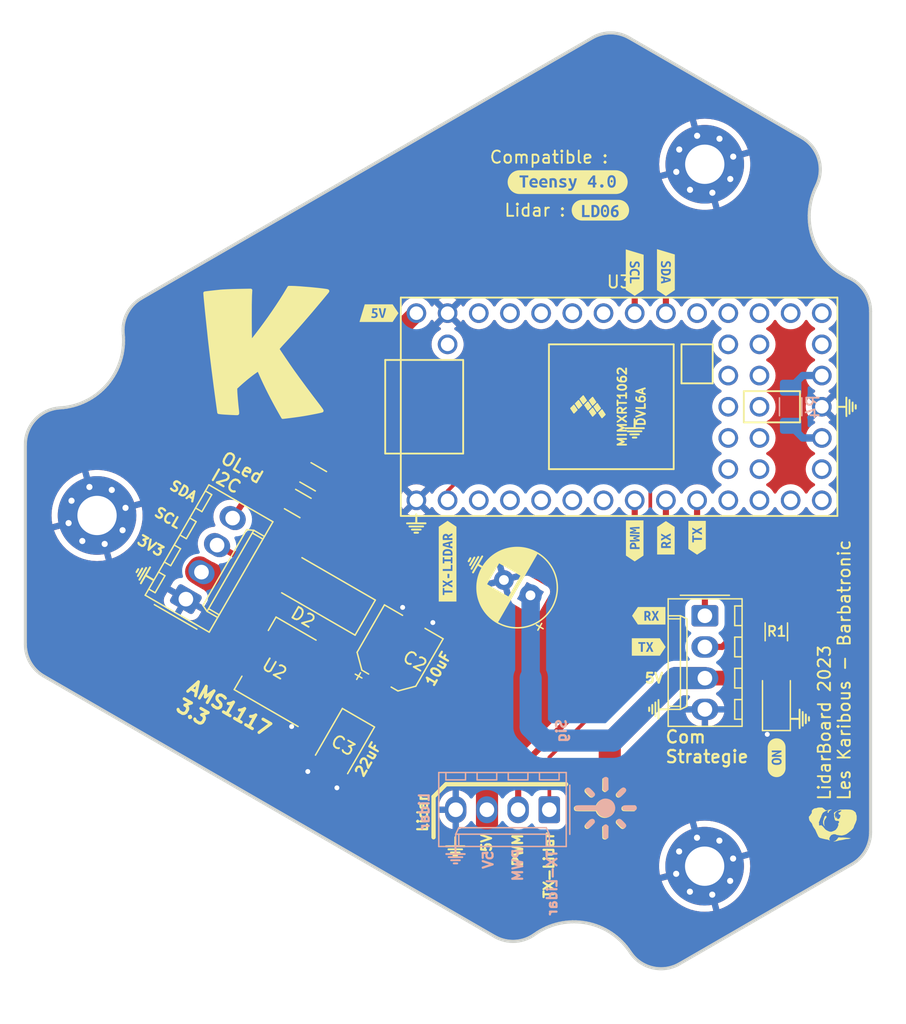
<source format=kicad_pcb>
(kicad_pcb (version 20240108) (generator "pcbnew") (generator_version "8.0")
  (layers (0 "F.Cu" signal) (31 "B.Cu" signal) (34 "B.Paste" user) (35 "F.Paste" user) (36 "B.SilkS" user "B.Silkscreen") (37 "F.SilkS" user "F.Silkscreen") (38 "B.Mask" user) (39 "F.Mask" user) (44 "Edge.Cuts" user))
  (net 0 "")
  (net 1 "+5VP")
  (net 2 "Net-(D1-A)")
  (net 3 "Net-(R4-Pad1)")
  (net 4 "Net-(U3-PROGRAM)")
  (net 18 "GND")
  (net 25 "TX")
  (net 26 "RX")
  (net 27 "LIDAR_PWM")
  (net 29 "TX-Lidar")
  (net 37 "SCL")
  (net 43 "SDA")
  (net 44 "+3V3")
  (footprint "teensy:Teensy40" (layer "F.Cu") (at 156.21 78.74)
    (property "Reference" "U3")
    (property "Value" "Teensy4.0")
  )
  (footprint "LOGO" (layer "F.Cu") (at 157.48 80.518)
    (property "Reference" "G***" (hide yes))
    (property "Value" "LOGO" (hide yes))
  )
  (footprint "LOGO" (layer "F.Cu") (at 117.602 92.456 -120)
    (property "Reference" "G***" (hide yes))
    (property "Value" "LOGO" (hide yes))
  )
  (footprint "kibuzzard-62EFF766" (layer "F.Cu") (at 158.623 95.758)
    (property "Reference" "kibuzzard-62EFF766" (hide yes))
    (property "Value" "G***" (hide yes))
  )
  (footprint "kibuzzard-62EFF774" (layer "F.Cu") (at 158.623 98.298)
    (property "Reference" "kibuzzard-62EFF774" (hide yes))
    (property "Value" "G***" (hide yes))
  )
  (footprint "kibuzzard-62EFEF6E" (layer "F.Cu") (at 152.019 60.452)
    (property "Reference" "kibuzzard-62EFEF6E" (hide yes))
    (property "Value" "G***" (hide yes))
  )
  (footprint "Resistor_SMD:R_1206_3216Metric_Pad1.30x1.75mm_HandSolder" (layer "F.Cu") (at 169.014557 97.064693 -90)
    (property "Reference" "R1")
    (property "Value" "R_Small")
  )
  (footprint "Connector_Molex:Molex_KK-254_AE-6410-04A_1x04_P2.54mm_Vertical" (layer "F.Cu") (at 163.195 95.758 -90)
    (property "Reference" "J1" (hide yes))
    (property "Value" "Serial_Strategy")
  )
  (footprint "Capacitor_THT:CP_Radial_D6.3mm_P2.50mm" (layer "F.Cu") (at 148.990838 94.094307 150)
    (property "Reference" "C1" (hide yes))
    (property "Value" "C_Polarized_Small")
  )
  (footprint "Capacitor_SMD:CP_Elec_5x5.4" (layer "F.Cu") (at 138.108756 98.642625 60)
    (property "Reference" "C2")
    (property "Value" "10uF")
  )
  (footprint "MountingHole:MountingHole_3.2mm_M3_Pad_Via" (layer "F.Cu") (at 113.691516 87.591497 60)
    (property "Reference" "H2" (hide yes))
    (property "Value" "MountingHole_Pad")
  )
  (footprint "kibuzzard-62EFF3FC" (layer "F.Cu") (at 160.02 67.818 -90)
    (property "Reference" "kibuzzard-62EFF3FC" (hide yes))
    (property "Value" "G***" (hide yes))
  )
  (footprint "kibuzzard-62EFF40D" (layer "F.Cu") (at 157.48 67.818 -90)
    (property "Reference" "kibuzzard-62EFF40D" (hide yes))
    (property "Value" "G***" (hide yes))
  )
  (footprint "LOGO" (layer "F.Cu") (at 159.258 108.966)
    (property "Reference" "G***" (hide yes))
    (property "Value" "LOGO" (hide yes))
  )
  (footprint "MountingHole:MountingHole_3.2mm_M3_Pad_Via" (layer "F.Cu") (at 163.175198 116.144341 60)
    (property "Reference" "H3" (hide yes))
    (property "Value" "MountingHole_Pad")
  )
  (footprint "LOGO" (layer "F.Cu") (at 139.7 88.265)
    (property "Reference" "G***" (hide yes))
    (property "Value" "LOGO" (hide yes))
  )
  (footprint "LED_SMD:LED_1206_3216Metric_Pad1.42x1.75mm_HandSolder" (layer "F.Cu") (at 169.021231 102.641132 90)
    (property "Reference" "D1" (hide yes))
    (property "Value" "LED_Small")
  )
  (footprint "LOGO" (layer "F.Cu") (at 142.875 114.554)
    (property "Reference" "G***" (hide yes))
    (property "Value" "LOGO" (hide yes))
  )
  (footprint "MountingHole:MountingHole_3.2mm_M3_Pad_Via" (layer "F.Cu") (at 163.185193 58.996642 60)
    (property "Reference" "H1" (hide yes))
    (property "Value" "MountingHole_Pad")
  )
  (footprint "kibuzzard-62EFF5A1" (layer "F.Cu") (at 142.24 91.313 90)
    (property "Reference" "kibuzzard-62EFF5A1" (hide yes))
    (property "Value" "G***" (hide yes))
  )
  (footprint "LOGO" (layer "F.Cu") (at 144.653 91.567 -120)
    (property "Reference" "G***" (hide yes))
    (property "Value" "LOGO" (hide yes))
  )
  (footprint "kibuzzard-62EFF433" (layer "F.Cu") (at 136.652 71.12)
    (property "Reference" "kibuzzard-62EFF433" (hide yes))
    (property "Value" "G***" (hide yes))
  )
  (footprint "LOGO" (layer "F.Cu") (at 159.385 103.378 -90)
    (property "Reference" "G***" (hide yes))
    (property "Value" "LOGO" (hide yes))
  )
  (footprint "Capacitor_Tantalum_SMD:CP_EIA-3528-12_Kemet-T_Pad1.50x2.35mm_HandSolder" (layer "F.Cu") (at 133.663756 106.341591 -120)
    (property "Reference" "C3")
    (property "Value" "22uF")
  )
  (footprint "LOGO" (layer "F.Cu") (at 173.609 112.776 90)
    (property "Reference" "G***" (hide yes))
    (property "Value" "LOGO" (hide yes))
  )
  (footprint "kibuzzard-62EFF6BC" (layer "F.Cu") (at 162.56 89.408 90)
    (property "Reference" "kibuzzard-62EFF6BC" (hide yes))
    (property "Value" "G***" (hide yes))
  )
  (footprint "Package_TO_SOT_SMD:SOT-223-3_TabPin2" (layer "F.Cu") (at 128.220554 99.769495 150)
    (property "Reference" "U2")
    (property "Value" "AMS1117-3.3")
  )
  (footprint "kibuzzard-62EFF540" (layer "F.Cu") (at 169.037 107.315 90)
    (property "Reference" "kibuzzard-62EFF540" (hide yes))
    (property "Value" "G***" (hide yes))
  )
  (footprint "kibuzzard-62EFEFDE" (layer "F.Cu") (at 154.686 62.738)
    (property "Reference" "kibuzzard-62EFEFDE" (hide yes))
    (property "Value" "G***" (hide yes))
  )
  (footprint "kibuzzard-62EFF59A" (layer "F.Cu") (at 157.48 89.662 90)
    (property "Reference" "kibuzzard-62EFF59A" (hide yes))
    (property "Value" "G***" (hide yes))
  )
  (footprint "Diode_SMD:D_SMA_Handsoldering" (layer "F.Cu") (at 131.720554 93.707318 150)
    (property "Reference" "D2")
    (property "Value" "D_Small")
  )
  (footprint "Connector_Molex:Molex_KK-254_AE-6410-04A_1x04_P2.54mm_Vertical" (layer "F.Cu") (at 120.926325 94.40347 60)
    (property "Reference" "J4" (hide yes))
    (property "Value" "Oled")
  )
  (footprint "Resistor_SMD:R_1206_3216Metric_Pad1.30x1.75mm_HandSolder" (layer "F.Cu") (at 131.295426 84.443659 150)
    (property "Reference" "R2" (hide yes))
    (property "Value" "R_Small")
  )
  (footprint "kibuzzard-62EFF6AD" (layer "F.Cu") (at 160.02 89.408 90)
    (property "Reference" "kibuzzard-62EFF6AD" (hide yes))
    (property "Value" "G***" (hide yes))
  )
  (footprint "LOGO" (layer "F.Cu") (at 174.752 78.74 90)
    (property "Reference" "G***" (hide yes))
    (property "Value" "LOGO" (hide yes))
  )
  (footprint "LOGO" (layer "F.Cu") (at 170.942 104.14 90)
    (property "Reference" "G***" (hide yes))
    (property "Value" "LOGO" (hide yes))
  )
  (footprint "Resistor_SMD:R_1206_3216Metric_Pad1.30x1.75mm_HandSolder" (layer "F.Cu") (at 130.040426 86.617383 150)
    (property "Reference" "R3" (hide yes))
    (property "Value" "R_Small")
  )
  (footprint "LOGO" (layer "B.Cu") (at 142.875 115.189 180)
    (property "Reference" "G***" (hide yes))
    (property "Value" "LOGO" (hide yes))
  )
  (footprint "LOGO" (layer "B.Cu") (at 159.325082 113.889363)
    (property "Reference" "G***" (hide yes))
    (property "Value" "LOGO" (hide yes))
  )
  (footprint "Connector_Molex:Molex_KK-254_AE-6410-04A_1x04_P2.54mm_Vertical" (layer "B.Cu") (at 150.522577 111.550575 180)
    (property "Reference" "J2" (hide yes))
    (property "Value" "Serial_Lidar")
  )
  (footprint "Resistor_SMD:R_1206_3216Metric_Pad1.30x1.75mm_HandSolder" (layer "B.Cu") (at 170.18 78.74 90)
    (property "Reference" "R4")
    (property "Value" "100")
  )
  (gr_poly (pts (xy 128.553761 79.132881) (xy 128.34989 78.769467) (xy 128.145481 78.394206) (xy 127.943208 78.012364) (xy 127.745749 77.629206) (xy 127.555778 77.249998) (xy 127.375974 76.880007) (xy 127.20901 76.524497) (xy 127.057564 76.188735) (xy 126.839816 75.694465) (xy 126.600817 75.861019) (xy 126.434812 75.979438) (xy 126.263438 76.106962) (xy 126.088001 76.242528) (xy 125.909807 76.385075) (xy 125.730162 76.53354) (xy 125.550373 76.686861) (xy 125.371746 76.843975) (xy 125.195586 77.003821) (xy 124.976054 77.206201) (xy 124.981792 77.433149) (xy 124.987429 77.565668) (xy 124.998194 77.739167) (xy 125.031022 78.161311) (xy 125.072107 78.603997) (xy 125.093194 78.803173) (xy 125.113281 78.971639) (xy 125.120719 79.033164) (xy 125.126759 79.091117) (xy 125.131332 79.14419) (xy 125.13437 79.191076) (xy 125.135806 79.230465) (xy 125.135572 79.26105) (xy 125.134808 79.272633) (xy 125.1336 79.281524) (xy 125.131942 79.287559) (xy 125.129823 79.290577) (xy 125.11265 79.292886) (xy 125.073201 79.293623) (xy 124.938839 79.290965) (xy 124.52779 79.273213) (xy 124.078474 79.246678) (xy 123.896278 79.233041) (xy 123.772691 79.220718) (xy 123.611487 79.199754) (xy 123.470196 78.178249) (xy 123.315523 77.027585) (xy 123.155332 75.778522) (xy 123.002462 74.533361) (xy 122.869754 73.394403) (xy 122.619361 71.008208) (xy 122.514286 69.937413) (xy 122.476618 69.485079) (xy 122.514214 69.477794) (xy 122.610687 69.464483) (xy 122.931372 69.425481) (xy 123.340885 69.379457) (xy 123.741437 69.337801) (xy 123.85407 69.328393) (xy 123.998665 69.318923) (xy 124.359778 69.300824) (xy 124.776853 69.285559) (xy 125.201965 69.275183) (xy 126.203558 69.257614) (xy 126.179057 69.683728) (xy 126.163162 70.450916) (xy 126.160523 71.635117) (xy 126.169774 72.759219) (xy 126.178431 73.149634) (xy 126.189548 73.346108) (xy 126.213774 73.503054) (xy 126.645998 72.946387) (xy 127.00459 72.477287) (xy 127.35824 72.000326) (xy 127.704175 71.519538) (xy 128.039625 71.038957) (xy 128.361815 70.562616) (xy 128.667975 70.094549) (xy 128.955332 69.638791) (xy 129.221114 69.199374) (xy 129.321732 69.029123) (xy 129.500375 69.029123) (xy 129.803094 69.038523) (xy 130.216528 69.063855) (xy 131.193256 69.145108) (xy 131.665411 69.192423) (xy 132.065999 69.238462) (xy 132.349453 69.278922) (xy 132.433013 69.295715) (xy 132.4702 69.309501) (xy 132.473305 69.312493) (xy 132.47398 69.313226) (xy 132.474588 69.313985) (xy 132.475118 69.314788) (xy 132.475556 69.315649) (xy 132.475889 69.316586) (xy 132.476105 69.317614) (xy 132.476191 69.318751) (xy 132.476134 69.320012) (xy 132.475921 69.321413) (xy 132.47554 69.322972) (xy 132.474977 69.324704) (xy 132.474221 69.326626) (xy 132.473257 69.328753) (xy 132.472074 69.331103) (xy 132.470659 69.333692) (xy 132.468998 69.336536) (xy 132.46708 69.33965) (xy 132.46489 69.343053) (xy 132.459648 69.350786) (xy 132.45317 69.359864) (xy 132.445352 69.37042) (xy 132.436094 69.382583) (xy 132.425292 69.396483) (xy 132.412844 69.412251) (xy 132.398649 69.430019) (xy 132.382603 69.449915) (xy 132.364605 69.472072) (xy 132.344552 69.496619) (xy 132.322341 69.523686) (xy 132.27104 69.585907) (xy 132.209884 69.659777) (xy 132.138052 69.746341) (xy 131.959094 69.961731) (xy 131.119371 70.960227) (xy 130.310595 71.898223) (xy 129.554084 72.751321) (xy 128.87116 73.495129) (xy 128.767911 73.6062) (xy 128.675527 73.707675) (xy 128.595092 73.798264) (xy 128.52769 73.876683) (xy 128.474404 73.941642) (xy 128.436318 73.991855) (xy 128.423314 74.011029) (xy 128.414515 74.026034) (xy 128.410059 74.036708) (xy 128.409501 74.040371) (xy 128.41008 74.042892) (xy 128.477036 74.148491) (xy 128.594402 74.326383) (xy 128.928355 74.822423) (xy 129.307936 75.377763) (xy 129.62914 75.839153) (xy 130.062666 76.43951) (xy 130.614559 77.187828) (xy 131.188015 77.95384) (xy 131.686229 78.607282) (xy 131.754765 78.696845) (xy 131.817873 78.781183) (xy 131.874232 78.858396) (xy 131.922519 78.926581) (xy 131.961414 78.983835) (xy 131.989593 79.028258) (xy 131.999252 79.045063) (xy 132.005736 79.057946) (xy 132.00888 79.066671) (xy 132.009148 79.069399) (xy 132.00852 79.070999) (xy 131.993311 79.077668) (xy 131.959234 79.087631) (xy 131.841558 79.116026) (xy 131.66965 79.153347) (xy 131.457672 79.19676) (xy 130.970143 79.290518) (xy 130.722912 79.335192) (xy 130.492249 79.374616) (xy 130.172565 79.424314) (xy 129.802043 79.476675) (xy 129.39171 79.530203) (xy 128.952591 79.583402) (xy 128.819351 79.598964) (xy 128.553761 79.132881)) (stroke (width 0.264582)) (fill solid) (layer "F.SilkS"))
  (gr_line (start 141.097 110.49) (end 142.113 109.474) (stroke (width 0.35)) (layer "F.SilkS"))
  (gr_line (start 142.113 109.474) (end 151.892 109.474) (stroke (width 0.35)) (layer "F.SilkS"))
  (gr_line (start 141.097 113.792) (end 141.097 110.49) (stroke (width 0.35)) (layer "F.SilkS"))
  (gr_line (start 149.786157 121.40039) (end 149.548089 121.545248) (stroke (width 0.249999)) (layer "Edge.Cuts"))
  (gr_line (start 109.961308 78.962527) (end 110.09913 78.923368) (stroke (width 0.249999)) (layer "Edge.Cuts"))
  (gr_line (start 147.503148 122.265351) (end 147.397037 122.261246) (stroke (width 0.249999)) (layer "Edge.Cuts"))
  (gr_line (start 171.955102 57.57742) (end 172.038888 57.690182) (stroke (width 0.249999)) (layer "Edge.Cuts"))
  (gr_line (start 157.202386 123.266341) (end 157.291782 123.382628) (stroke (width 0.249999)) (layer "Edge.Cuts"))
  (gr_line (start 154.566828 48.460537) (end 154.660382 48.430707) (stroke (width 0.249999)) (layer "Edge.Cuts"))
  (gr_line (start 107.908485 81.246922) (end 107.939468 81.107034) (stroke (width 0.249999)) (layer "Edge.Cuts"))
  (gr_line (start 172.585057 59.245503) (end 172.590229 59.385055) (stroke (width 0.249999)) (layer "Edge.Cuts"))
  (gr_line (start 172.390981 60.499174) (end 172.334974 60.634736) (stroke (width 0.249999)) (layer "Edge.Cuts"))
  (gr_line (start 157.804757 123.881262) (end 157.918932 123.964047) (stroke (width 0.249999)) (layer "Edge.Cuts"))
  (gr_line (start 176.688482 70.979661) (end 176.688464 113.373895) (stroke (width 0.249999)) (layer "Edge.Cuts"))
  (gr_line (start 159.621166 124.494801) (end 159.76078 124.491757) (stroke (width 0.249999)) (layer "Edge.Cuts"))
  (gr_line (start 176.378163 114.702636) (end 176.286539 114.873894) (stroke (width 0.249999)) (layer "Edge.Cuts"))
  (gr_line (start 172.371887 58.300839) (end 172.420822 58.430747) (stroke (width 0.249999)) (layer "Edge.Cuts"))
  (gr_line (start 113.281752 77.997395) (end 113.511247 77.844813) (stroke (width 0.249999)) (layer "Edge.Cuts"))
  (gr_line (start 157.587293 123.698586) (end 157.694134 123.792757) (stroke (width 0.249999)) (layer "Edge.Cuts"))
  (gr_line (start 154.024835 48.705457) (end 154.112472 48.656787) (stroke (width 0.249999)) (layer "Edge.Cuts"))
  (gr_line (start 115.676341 74.722186) (end 115.738712 74.454082) (stroke (width 0.249999)) (layer "Edge.Cuts"))
  (gr_line (start 151.057543 120.869402) (end 150.794173 120.949444) (stroke (width 0.249999)) (layer "Edge.Cuts"))
  (gr_line (start 155.718972 48.309821) (end 155.815839 48.317671) (stroke (width 0.249999)) (layer "Edge.Cuts"))
  (gr_line (start 151.32443 120.802669) (end 151.057543 120.869402) (stroke (width 0.249999)) (layer "Edge.Cuts"))
  (gr_line (start 154.754644 48.404017) (end 154.849538 48.380468) (stroke (width 0.249999)) (layer "Edge.Cuts"))
  (gr_line (start 160.317748 124.413625) (end 160.455463 124.37733) (stroke (width 0.249999)) (layer "Edge.Cuts"))
  (gr_line (start 114.712415 76.6949) (end 114.87664 76.469735) (stroke (width 0.249999)) (layer "Edge.Cuts"))
  (gr_line (start 148.344119 122.16357) (end 148.240732 122.189333) (stroke (width 0.249999)) (layer "Edge.Cuts"))
  (gr_line (start 172.105152 65.333613) (end 172.218033 65.588421) (stroke (width 0.249999)) (layer "Edge.Cuts"))
  (gr_line (start 148.446699 122.134097) (end 148.344119 122.16357) (stroke (width 0.249999)) (layer "Edge.Cuts"))
  (gr_line (start 109.318232 79.249088) (end 109.440165 79.18025) (stroke (width 0.249999)) (layer "Edge.Cuts"))
  (gr_line (start 176.495583 69.921007) (end 176.563831 70.123443) (stroke (width 0.249999)) (layer "Edge.Cuts"))
  (gr_line (start 109.826337 79.007967) (end 109.961308 78.962527) (stroke (width 0.249999)) (layer "Edge.Cuts"))
  (gr_line (start 148.943903 121.931255) (end 148.846901 121.979202) (stroke (width 0.249999)) (layer "Edge.Cuts"))
  (gr_line (start 156.575627 48.493516) (end 156.667524 48.529627) (stroke (width 0.249999)) (layer "Edge.Cuts"))
  (gr_line (start 156.21606 122.092754) (end 156.007179 121.912978) (stroke (width 0.249999)) (layer "Edge.Cuts"))
  (gr_line (start 158.157011 124.112236) (end 158.280451 124.177531) (stroke (width 0.249999)) (layer "Edge.Cuts"))
  (gr_line (start 155.524845 48.30354) (end 155.621948 48.30511) (stroke (width 0.249999)) (layer "Edge.Cuts"))
  (gr_line (start 154.944986 48.360058) (end 155.040906 48.342788) (stroke (width 0.249999)) (layer "Edge.Cuts"))
  (gr_line (start 155.040906 48.342788) (end 155.137221 48.328658) (stroke (width 0.249999)) (layer "Edge.Cuts"))
  (gr_line (start 154.591213 121.073008) (end 154.332202 120.975509) (stroke (width 0.249999)) (layer "Edge.Cuts"))
  (gr_line (start 173.140365 66.957) (end 173.3316 67.154765) (stroke (width 0.249999)) (layer "Edge.Cuts"))
  (gr_line (start 110.954675 78.809432) (end 111.23084 78.771906) (stroke (width 0.249999)) (layer "Edge.Cuts"))
  (gr_line (start 172.004889 65.072207) (end 172.105152 65.333613) (stroke (width 0.249999)) (layer "Edge.Cuts"))
  (gr_line (start 113.7332 77.68062) (end 113.947139 77.505052) (stroke (width 0.249999)) (layer "Edge.Cuts"))
  (gr_line (start 115.295603 75.753492) (end 115.410162 75.502838) (stroke (width 0.249999)) (layer "Edge.Cuts"))
  (gr_line (start 156.007179 121.912978) (end 155.789821 121.744085) (stroke (width 0.249999)) (layer "Edge.Cuts"))
  (gr_line (start 150.794173 120.949444) (end 150.534836 121.042678) (stroke (width 0.249999)) (layer "Edge.Cuts"))
  (gr_line (start 176.286539 114.873894) (end 176.184037 115.038872) (stroke (width 0.249999)) (layer "Edge.Cuts"))
  (gr_line (start 112.552731 78.38313) (end 112.802023 78.266789) (stroke (width 0.249999)) (layer "Edge.Cuts"))
  (gr_line (start 147.079868 122.226369) (end 146.974879 122.207205) (stroke (width 0.249999)) (layer "Edge.Cuts"))
  (gr_line (start 148.846901 121.979202) (end 148.748576 122.023466) (stroke (width 0.249999)) (layer "Edge.Cuts"))
  (gr_line (start 146.870427 122.184265) (end 146.766615 122.157541) (stroke (width 0.249999)) (layer "Edge.Cuts"))
  (gr_line (start 108.975086 79.487412) (end 109.08553 79.402842) (stroke (width 0.249999)) (layer "Edge.Cuts"))
  (gr_line (start 160.455463 124.37733) (end 160.592104 124.334219) (stroke (width 0.249999)) (layer "Edge.Cuts"))
  (gr_line (start 175.519412 115.750434) (end 175.358274 115.866255) (stroke (width 0.249999)) (layer "Edge.Cuts"))
  (gr_line (start 172.256146 58.048118) (end 172.316972 58.17322) (stroke (width 0.249999)) (layer "Edge.Cuts"))
  (gr_line (start 172.531073 58.831924) (end 172.555412 58.96871) (stroke (width 0.249999)) (layer "Edge.Cuts"))
  (gr_line (start 148.649032 122.064039) (end 148.548371 122.100918) (stroke (width 0.249999)) (layer "Edge.Cuts"))
  (gr_line (start 152.970845 120.688175) (end 152.693645 120.672646) (stroke (width 0.249999)) (layer "Edge.Cuts"))
  (gr_line (start 158.036425 124.041056) (end 158.157011 124.112236) (stroke (width 0.249999)) (layer "Edge.Cuts"))
  (gr_line (start 176.617696 70.331223) (end 176.656724 70.543649) (stroke (width 0.249999)) (layer "Edge.Cuts"))
  (gr_line (start 114.87664 76.469735) (end 115.028685 76.237443) (stroke (width 0.249999)) (layer "Edge.Cuts"))
  (gr_line (start 175.652744 68.712001) (end 175.809124 68.857555) (stroke (width 0.249999)) (layer "Edge.Cuts"))
  (gr_line (start 108.081994 99.220702) (end 108.01307 99.038523) (stroke (width 0.249999)) (layer "Edge.Cuts"))
  (gr_line (start 115.813592 72.360765) (end 115.831387 72.145511) (stroke (width 0.249999)) (layer "Edge.Cuts"))
  (gr_line (start 157.385886 123.493468) (end 157.484467 123.598805) (stroke (width 0.249999)) (layer "Edge.Cuts"))
  (gr_line (start 155.427741 48.30511) (end 155.524845 48.30354) (stroke (width 0.249999)) (layer "Edge.Cuts"))
  (gr_line (start 171.699031 62.893245) (end 171.688869 63.168158) (stroke (width 0.249999)) (layer "Edge.Cuts"))
  (gr_line (start 154.844379 121.183134) (end 154.591213 121.073008) (stroke (width 0.249999)) (layer "Edge.Cuts"))
  (gr_line (start 115.845814 73.077005) (end 115.825182 72.797797) (stroke (width 0.249999)) (layer "Edge.Cuts"))
  (gr_line (start 175.809124 68.857555) (end 175.95426 69.013322) (stroke (width 0.249999)) (layer "Edge.Cuts"))
  (gr_line (start 157.024855 48.705468) (end 171.090043 56.826009) (stroke (width 0.249999)) (layer "Edge.Cuts"))
  (gr_line (start 115.825183 72.797798) (end 115.811399 72.57844) (stroke (width 0.249999)) (layer "Edge.Cuts"))
  (gr_line (start 172.271827 60.768716) (end 172.152747 61.022107) (stroke (width 0.249999)) (layer "Edge.Cuts"))
  (gr_line (start 150.534836 121.042678) (end 150.280044 121.14899) (stroke (width 0.249999)) (layer "Edge.Cuts"))
  (gr_line (start 176.68047 70.760026) (end 176.688482 70.979661) (stroke (width 0.249999)) (layer "Edge.Cuts"))
  (gr_line (start 147.185295 122.241759) (end 147.079868 122.226369) (stroke (width 0.249999)) (layer "Edge.Cuts"))
  (gr_line (start 172.004889 65.072207) (end 172.004889 65.072207) (stroke (width 0.249999)) (layer "Edge.Cuts"))
  (gr_line (start 171.955122 61.541952) (end 171.876643 61.807356) (stroke (width 0.249999)) (layer "Edge.Cuts"))
  (gr_line (start 108.254053 99.568954) (end 108.162428 99.397694) (stroke (width 0.249999)) (layer "Edge.Cuts"))
  (gr_line (start 155.137221 48.328658) (end 155.23385 48.31767) (stroke (width 0.249999)) (layer "Edge.Cuts"))
  (gr_line (start 107.91101 98.660789) (end 107.878503 98.466328) (stroke (width 0.249999)) (layer "Edge.Cuts"))
  (gr_line (start 147.397037 122.261246) (end 147.291052 122.253384) (stroke (width 0.249999)) (layer "Edge.Cuts"))
  (gr_line (start 171.876643 61.807356) (end 171.811761 62.075713) (stroke (width 0.249999)) (layer "Edge.Cuts"))
  (gr_line (start 112.29778 78.486923) (end 112.552731 78.38313) (stroke (width 0.249999)) (layer "Edge.Cuts"))
  (gr_line (start 171.918035 64.806059) (end 172.004889 65.072207) (stroke (width 0.249999)) (layer "Edge.Cuts"))
  (gr_line (start 172.420822 58.430747) (end 172.463711 58.562715) (stroke (width 0.249999)) (layer "Edge.Cuts"))
  (gr_line (start 176.317722 69.534946) (end 176.413396 69.72461) (stroke (width 0.249999)) (layer "Edge.Cuts"))
  (gr_line (start 116.631203 70.438647) (end 116.784213 70.288104) (stroke (width 0.249999)) (layer "Edge.Cuts"))
  (gr_line (start 147.291052 122.253384) (end 147.185295 122.241759) (stroke (width 0.249999)) (layer "Edge.Cuts"))
  (gr_line (start 171.786164 64.2658) (end 171.845137 64.537082) (stroke (width 0.249999)) (layer "Edge.Cuts"))
  (gr_line (start 146.766615 122.157541) (end 146.663548 122.127031) (stroke (width 0.249999)) (layer "Edge.Cuts"))
  (gr_line (start 176.629577 113.965733) (end 176.584618 114.156646) (stroke (width 0.249999)) (layer "Edge.Cuts"))
  (gr_line (start 115.811399 72.57844) (end 115.813592 72.360765) (stroke (width 0.249999)) (layer "Edge.Cuts"))
  (gr_line (start 156.958022 122.914847) (end 156.787443 122.694457) (stroke (width 0.249999)) (layer "Edge.Cuts"))
  (gr_line (start 172.480229 66.076693) (end 172.628829 66.30938) (stroke (width 0.249999)) (layer "Edge.Cuts"))
  (gr_line (start 172.628829 66.30938) (end 172.788623 66.533919) (stroke (width 0.249999)) (layer "Edge.Cuts"))
  (gr_line (start 172.573428 59.106645) (end 172.585057 59.245503) (stroke (width 0.249999)) (layer "Edge.Cuts"))
  (gr_line (start 115.844554 73.633137) (end 115.852219 73.355619) (stroke (width 0.249999)) (layer "Edge.Cuts"))
  (gr_line (start 150.030314 121.268266) (end 149.786157 121.40039) (stroke (width 0.249999)) (layer "Edge.Cuts"))
  (gr_line (start 147.821195 122.255178) (end 147.71533 122.262312) (stroke (width 0.249999)) (layer "Edge.Cuts"))
  (gr_line (start 172.544988 59.945661) (end 172.516854 60.085274) (stroke (width 0.249999)) (layer "Edge.Cuts"))
  (gr_line (start 153.247962 120.717815) (end 152.970845 120.688175) (stroke (width 0.249999)) (layer "Edge.Cuts"))
  (gr_line (start 154.067785 120.890928) (end 153.7984 120.819555) (stroke (width 0.249999)) (layer "Edge.Cuts"))
  (gr_line (start 116.244606 70.946045) (end 116.361021 70.768355) (stroke (width 0.249999)) (layer "Edge.Cuts"))
  (gr_line (start 171.845137 64.537082) (end 171.918035 64.806059) (stroke (width 0.249999)) (layer "Edge.Cuts"))
  (gr_line (start 114.152594 77.318342) (end 114.349094 77.120726) (stroke (width 0.249999)) (layer "Edge.Cuts"))
  (gr_line (start 172.580931 59.665335) (end 172.566325 59.805606) (stroke (width 0.249999)) (layer "Edge.Cuts"))
  (gr_line (start 171.76051 62.346497) (end 171.722923 62.619183) (stroke (width 0.249999)) (layer "Edge.Cuts"))
  (gr_line (start 158.932432 124.413824) (end 159.068163 124.442664) (stroke (width 0.249999)) (layer "Edge.Cuts"))
  (gr_line (start 174.923774 68.245837) (end 175.120637 68.343578) (stroke (width 0.249999)) (layer "Edge.Cuts"))
  (gr_line (start 175.947665 115.347802) (end 175.814424 115.490661) (stroke (width 0.249999)) (layer "Edge.Cuts"))
  (gr_line (start 115.410162 75.502838) (end 115.511908 75.247067) (stroke (width 0.249999)) (layer "Edge.Cuts"))
  (gr_line (start 155.564423 121.586362) (end 155.331423 121.440101) (stroke (width 0.249999)) (layer "Edge.Cuts"))
  (gr_line (start 109.565603 79.117003) (end 109.694381 79.059517) (stroke (width 0.249999)) (layer "Edge.Cuts"))
  (gr_line (start 171.865747 57.468313) (end 171.955102 57.57742) (stroke (width 0.249999)) (layer "Edge.Cuts"))
  (gr_line (start 171.722923 62.619183) (end 171.699031 62.893245) (stroke (width 0.249999)) (layer "Edge.Cuts"))
  (gr_line (start 160.040023 124.465992) (end 160.179191 124.443161) (stroke (width 0.249999)) (layer "Edge.Cuts"))
  (gr_line (start 172.959254 66.749921) (end 173.140365 66.957) (stroke (width 0.249999)) (layer "Edge.Cuts"))
  (gr_line (start 172.516854 60.085274) (end 172.481854 60.224216) (stroke (width 0.249999)) (layer "Edge.Cuts"))
  (gr_line (start 107.855806 81.679722) (end 107.866493 81.53344) (stroke (width 0.249999)) (layer "Edge.Cuts"))
  (gr_line (start 154.291217 48.568866) (end 154.382166 48.529617) (stroke (width 0.249999)) (layer "Edge.Cuts"))
  (gr_line (start 108.32749 80.20687) (end 108.405415 80.091642) (stroke (width 0.249999)) (layer "Edge.Cuts"))
  (gr_line (start 153.7984 120.819555) (end 153.524487 120.761682) (stroke (width 0.249999)) (layer "Edge.Cuts"))
  (gr_line (start 158.534982 124.290249) (end 158.665609 124.337563) (stroke (width 0.249999)) (layer "Edge.Cuts"))
  (gr_line (start 149.225939 121.765356) (end 149.133525 121.824326) (stroke (width 0.249999)) (layer "Edge.Cuts"))
  (gr_line (start 172.316972 58.17322) (end 172.371887 58.300839) (stroke (width 0.249999)) (layer "Edge.Cuts"))
  (gr_line (start 109.35214 100.667036) (end 109.182331 100.56132) (stroke (width 0.249999)) (layer "Edge.Cuts"))
  (gr_line (start 108.126147 80.573985) (end 108.187692 80.448213) (stroke (width 0.249999)) (layer "Edge.Cuts"))
  (gr_line (start 171.090043 56.826009) (end 171.216475 56.903161) (stroke (width 0.249999)) (layer "Edge.Cuts"))
  (gr_line (start 108.726176 100.185723) (end 108.592933 100.042864) (stroke (width 0.249999)) (layer "Edge.Cuts"))
  (gr_line (start 114.536166 76.912437) (end 114.536166 76.912437) (stroke (width 0.249999)) (layer "Edge.Cuts"))
  (gr_line (start 156.93722 48.656799) (end 157.024857 48.70547) (stroke (width 0.249999)) (layer "Edge.Cuts"))
  (gr_line (start 156.848399 48.611269) (end 156.93722 48.656799) (stroke (width 0.249999)) (layer "Edge.Cuts"))
  (gr_line (start 174.19065 67.84496) (end 174.427158 67.990352) (stroke (width 0.249999)) (layer "Edge.Cuts"))
  (gr_line (start 176.184037 115.038872) (end 176.070975 115.197024) (stroke (width 0.249999)) (layer "Edge.Cuts"))
  (gr_line (start 146.260805 121.967007) (end 146.163016 121.91748) (stroke (width 0.249999)) (layer "Edge.Cuts"))
  (gr_line (start 172.481854 60.224216) (end 172.43992 60.362258) (stroke (width 0.249999)) (layer "Edge.Cuts"))
  (gr_line (start 108.356557 99.733932) (end 108.254053 99.568954) (stroke (width 0.249999)) (layer "Edge.Cuts"))
  (gr_line (start 110.09913 78.923368) (end 110.239643 78.890662) (stroke (width 0.249999)) (layer "Edge.Cuts"))
  (gr_line (start 172.334974 60.634736) (end 172.271827 60.768716) (stroke (width 0.249999)) (layer "Edge.Cuts"))
  (gr_line (start 173.3316 67.154765) (end 173.532602 67.342833) (stroke (width 0.249999)) (layer "Edge.Cuts"))
  (gr_line (start 108.187692 80.448213) (end 108.254861 80.325785) (stroke (width 0.249999)) (layer "Edge.Cuts"))
  (gr_line (start 152.14106 120.683467) (end 151.866703 120.709587) (stroke (width 0.249999)) (layer "Edge.Cuts"))
  (gr_line (start 108.766833 79.671074) (end 108.8688 79.57688) (stroke (width 0.249999)) (layer "Edge.Cuts"))
  (gr_line (start 111.772796 78.655921) (end 112.037646 78.577931) (stroke (width 0.249999)) (layer "Edge.Cuts"))
  (gr_line (start 171.688869 63.168158) (end 171.692469 63.443395) (stroke (width 0.249999)) (layer "Edge.Cuts"))
  (gr_line (start 109.182331 100.56132) (end 109.021189 100.445499) (stroke (width 0.249999)) (layer "Edge.Cuts"))
  (gr_line (start 176.688464 113.373895) (end 176.681816 113.573811) (stroke (width 0.249999)) (layer "Edge.Cuts"))
  (gr_line (start 171.692469 63.443395) (end 171.709863 63.718432) (stroke (width 0.249999)) (layer "Edge.Cuts"))
  (gr_line (start 109.021189 100.445499) (end 108.869034 100.320118) (stroke (width 0.249999)) (layer "Edge.Cuts"))
  (gr_line (start 176.087705 69.178607) (end 176.209009 69.352714) (stroke (width 0.249999)) (layer "Edge.Cuts"))
  (gr_line (start 148.548371 122.100918) (end 148.446699 122.134097) (stroke (width 0.249999)) (layer "Edge.Cuts"))
  (gr_line (start 109.694381 79.059517) (end 109.826337 79.007967) (stroke (width 0.249999)) (layer "Edge.Cuts"))
  (gr_line (start 108.405415 80.091642) (end 108.488474 79.980278) (stroke (width 0.249999)) (layer "Edge.Cuts"))
  (gr_line (start 112.037646 78.577931) (end 112.29778 78.486923) (stroke (width 0.249999)) (layer "Edge.Cuts"))
  (gr_line (start 156.667524 48.529627) (end 156.758474 48.568878) (stroke (width 0.249999)) (layer "Edge.Cuts"))
  (gr_line (start 152.693645 120.672646) (end 152.416878 120.671116) (stroke (width 0.249999)) (layer "Edge.Cuts"))
  (gr_line (start 172.588877 59.525075) (end 172.580931 59.665335) (stroke (width 0.249999)) (layer "Edge.Cuts"))
  (gr_line (start 117.124181 70.019322) (end 117.310382 69.902557) (stroke (width 0.249999)) (layer "Edge.Cuts"))
  (gr_line (start 114.536166 76.912437) (end 114.712415 76.6949) (stroke (width 0.249999)) (layer "Edge.Cuts"))
  (gr_line (start 154.332202 120.975509) (end 154.067785 120.890928) (stroke (width 0.249999)) (layer "Edge.Cuts"))
  (gr_line (start 171.811761 62.075713) (end 171.76051 62.346497) (stroke (width 0.249999)) (layer "Edge.Cuts"))
  (gr_line (start 159.76078 124.491757) (end 159.900476 124.482172) (stroke (width 0.249999)) (layer "Edge.Cuts"))
  (gr_line (start 174.427158 67.990352) (end 174.671652 68.124107) (stroke (width 0.249999)) (layer "Edge.Cuts"))
  (gr_line (start 172.152747 61.022107) (end 172.047169 61.280027) (stroke (width 0.249999)) (layer "Edge.Cuts"))
  (gr_line (start 172.463711 58.562715) (end 172.500483 58.696517) (stroke (width 0.249999)) (layer "Edge.Cuts"))
  (gr_line (start 115.028685 76.237443) (end 115.168392 75.998528) (stroke (width 0.249999)) (layer "Edge.Cuts"))
  (gr_line (start 107.884106 81.389115) (end 107.908485 81.246922) (stroke (width 0.249999)) (layer "Edge.Cuts"))
  (gr_line (start 149.039478 121.879628) (end 148.943903 121.931255) (stroke (width 0.249999)) (layer "Edge.Cuts"))
  (gr_line (start 115.912267 71.725206) (end 115.974597 71.52163) (stroke (width 0.249999)) (layer "Edge.Cuts"))
  (gr_line (start 116.490013 70.598975) (end 116.631203 70.438647) (stroke (width 0.249999)) (layer "Edge.Cuts"))
  (gr_line (start 146.163016 121.91748) (end 146.066591 121.864135) (stroke (width 0.249999)) (layer "Edge.Cuts"))
  (gr_line (start 156.200151 48.380475) (end 156.295045 48.404025) (stroke (width 0.249999)) (layer "Edge.Cuts"))
  (gr_line (start 110.382679 78.864584) (end 110.52808 78.845306) (stroke (width 0.249999)) (layer "Edge.Cuts"))
  (gr_line (start 155.091263 121.305595) (end 154.844379 121.183134) (stroke (width 0.249999)) (layer "Edge.Cuts"))
  (gr_line (start 109.199966 79.323343) (end 109.318232 79.249088) (stroke (width 0.249999)) (layer "Edge.Cuts"))
  (gr_line (start 153.524487 120.761682) (end 153.524487 120.761682) (stroke (width 0.249999)) (layer "Edge.Cuts"))
  (gr_line (start 156.606631 122.483784) (end 156.416022 122.28312) (stroke (width 0.249999)) (layer "Edge.Cuts"))
  (gr_line (start 108.869034 100.320118) (end 108.726176 100.185723) (stroke (width 0.249999)) (layer "Edge.Cuts"))
  (gr_line (start 117.310382 69.902557) (end 154.024835 48.705457) (stroke (width 0.249999)) (layer "Edge.Cuts"))
  (gr_line (start 148.031954 122.229707) (end 147.92677 122.244308) (stroke (width 0.249999)) (layer "Edge.Cuts"))
  (gr_line (start 107.858769 98.268866) (end 107.85212 98.068949) (stroke (width 0.249999)) (layer "Edge.Cuts"))
  (gr_line (start 113.947139 77.505052) (end 114.152594 77.318342) (stroke (width 0.249999)) (layer "Edge.Cuts"))
  (gr_line (start 146.974879 122.207205) (end 146.870427 122.184265) (stroke (width 0.249999)) (layer "Edge.Cuts"))
  (gr_line (start 116.361021 70.768355) (end 116.490013 70.598975) (stroke (width 0.249999)) (layer "Edge.Cuts"))
  (gr_line (start 108.8688 79.57688) (end 108.975086 79.487412) (stroke (width 0.249999)) (layer "Edge.Cuts"))
  (gr_line (start 107.95597 98.851703) (end 107.91101 98.660789) (stroke (width 0.249999)) (layer "Edge.Cuts"))
  (gr_line (start 108.162428 99.397694) (end 108.081994 99.220702) (stroke (width 0.249999)) (layer "Edge.Cuts"))
  (gr_line (start 157.918932 123.964047) (end 158.036425 124.041056) (stroke (width 0.249999)) (layer "Edge.Cuts"))
  (gr_line (start 159.068163 124.442664) (end 159.205132 124.465236) (stroke (width 0.249999)) (layer "Edge.Cuts"))
  (gr_line (start 173.743017 67.520813) (end 173.962484 67.688317) (stroke (width 0.249999)) (layer "Edge.Cuts"))
  (gr_line (start 176.209009 69.352714) (end 176.317722 69.534946) (stroke (width 0.249999)) (layer "Edge.Cuts"))
  (gr_line (start 176.662082 113.771272) (end 176.629577 113.965733) (stroke (width 0.249999)) (layer "Edge.Cuts"))
  (gr_line (start 172.189478 57.925758) (end 172.256146 58.048118) (stroke (width 0.249999)) (layer "Edge.Cuts"))
  (gr_line (start 171.670599 57.261972) (end 171.77089 57.363088) (stroke (width 0.249999)) (layer "Edge.Cuts"))
  (gr_line (start 149.316617 121.702722) (end 149.225939 121.765356) (stroke (width 0.249999)) (layer "Edge.Cuts"))
  (gr_line (start 175.358274 115.866255) (end 175.188464 115.971971) (stroke (width 0.249999)) (layer "Edge.Cuts"))
  (gr_line (start 154.201292 48.611256) (end 154.291217 48.568866) (stroke (width 0.249999)) (layer "Edge.Cuts"))
  (gr_line (start 155.789821 121.744085) (end 155.564423 121.586362) (stroke (width 0.249999)) (layer "Edge.Cuts"))
  (gr_line (start 172.500483 58.696517) (end 172.531073 58.831924) (stroke (width 0.249999)) (layer "Edge.Cuts"))
  (gr_line (start 113.511247 77.844813) (end 113.7332 77.68062) (stroke (width 0.249999)) (layer "Edge.Cuts"))
  (gr_line (start 148.748576 122.023466) (end 148.649032 122.064039) (stroke (width 0.249999)) (layer "Edge.Cuts"))
  (gr_line (start 107.852118 98.068948) (end 107.852211 81.827793) (stroke (width 0.249999)) (layer "Edge.Cuts"))
  (gr_line (start 150.280044 121.14899) (end 150.030314 121.268266) (stroke (width 0.249999)) (layer "Edge.Cuts"))
  (gr_line (start 154.382166 48.529617) (end 154.474064 48.493507) (stroke (width 0.249999)) (layer "Edge.Cuts"))
  (gr_line (start 176.681816 113.573811) (end 176.662082 113.771272) (stroke (width 0.249999)) (layer "Edge.Cuts"))
  (gr_line (start 116.141144 71.131312) (end 116.244606 70.946045) (stroke (width 0.249999)) (layer "Edge.Cuts"))
  (gr_line (start 172.555412 58.96871) (end 172.573428 59.106645) (stroke (width 0.249999)) (layer "Edge.Cuts"))
  (gr_line (start 109.08553 79.402842) (end 109.199966 79.323343) (stroke (width 0.249999)) (layer "Edge.Cuts"))
  (gr_line (start 158.665609 124.337563) (end 158.79817 124.378772) (stroke (width 0.249999)) (layer "Edge.Cuts"))
  (gr_line (start 152.416878 120.671116) (end 152.14106 120.683467) (stroke (width 0.249999)) (layer "Edge.Cuts"))
  (gr_line (start 149.548089 121.545248) (end 149.316623 121.702725) (stroke (width 0.249999)) (layer "Edge.Cuts"))
  (gr_line (start 176.656724 70.543649) (end 176.68047 70.760026) (stroke (width 0.249999)) (layer "Edge.Cuts"))
  (gr_line (start 108.576507 79.872946) (end 108.669347 79.76982) (stroke (width 0.249999)) (layer "Edge.Cuts"))
  (gr_line (start 112.802023 78.266789) (end 113.045188 78.138131) (stroke (width 0.249999)) (layer "Edge.Cuts"))
  (gr_line (start 108.488474 79.980278) (end 108.576507 79.872946) (stroke (width 0.249999)) (layer "Edge.Cuts"))
  (gr_line (start 155.330717 48.30982) (end 155.427741 48.30511) (stroke (width 0.249999)) (layer "Edge.Cuts"))
  (gr_line (start 156.389308 48.430715) (end 156.482862 48.460545) (stroke (width 0.249999)) (layer "Edge.Cuts"))
  (gr_line (start 158.280451 124.177531) (end 158.40652 124.236886) (stroke (width 0.249999)) (layer "Edge.Cuts"))
  (gr_line (start 172.218033 65.588421) (end 172.343178 65.836244) (stroke (width 0.249999)) (layer "Edge.Cuts"))
  (gr_line (start 175.814424 115.490661) (end 175.671568 115.625053) (stroke (width 0.249999)) (layer "Edge.Cuts"))
  (gr_line (start 115.738712 74.454082) (end 115.787643 74.18287) (stroke (width 0.249999)) (layer "Edge.Cuts"))
  (gr_line (start 176.458595 114.525645) (end 176.378163 114.702636) (stroke (width 0.249999)) (layer "Edge.Cuts"))
  (gr_line (start 172.343178 65.836244) (end 172.480229 66.076693) (stroke (width 0.249999)) (layer "Edge.Cuts"))
  (gr_line (start 171.337815 56.98556) (end 171.453995 57.072982) (stroke (width 0.249999)) (layer "Edge.Cuts"))
  (gr_line (start 107.878503 98.466328) (end 107.858769 98.268866) (stroke (width 0.249999)) (layer "Edge.Cuts"))
  (gr_line (start 155.91247 48.328663) (end 156.008783 48.342793) (stroke (width 0.249999)) (layer "Edge.Cuts"))
  (gr_line (start 115.600688 74.986682) (end 115.676341 74.722186) (stroke (width 0.249999)) (layer "Edge.Cuts"))
  (gr_line (start 154.849538 48.380468) (end 154.944986 48.360058) (stroke (width 0.249999)) (layer "Edge.Cuts"))
  (gr_line (start 110.52808 78.845306) (end 110.675679 78.833) (stroke (width 0.249999)) (layer "Edge.Cuts"))
  (gr_line (start 172.117036 57.806372) (end 172.189478 57.925758) (stroke (width 0.249999)) (layer "Edge.Cuts"))
  (gr_line (start 156.104704 48.360064) (end 156.200151 48.380475) (stroke (width 0.249999)) (layer "Edge.Cuts"))
  (gr_line (start 107.976887 80.969622) (end 108.020581 80.834863) (stroke (width 0.249999)) (layer "Edge.Cuts"))
  (gr_line (start 147.71533 122.262312) (end 147.609281 122.265706) (stroke (width 0.249999)) (layer "Edge.Cuts"))
  (gr_line (start 115.864405 71.933412) (end 115.912267 71.725206) (stroke (width 0.249999)) (layer "Edge.Cuts"))
  (gr_line (start 159.343111 124.481487) (end 159.481867 124.49136) (stroke (width 0.249999)) (layer "Edge.Cuts"))
  (gr_line (start 107.852211 81.827793) (end 107.855806 81.679722) (stroke (width 0.249999)) (layer "Edge.Cuts"))
  (gr_line (start 157.117928 123.144663) (end 157.202386 123.266341) (stroke (width 0.249999)) (layer "Edge.Cuts"))
  (gr_line (start 147.609281 122.265706) (end 147.503148 122.265351) (stroke (width 0.249999)) (layer "Edge.Cuts"))
  (gr_line (start 172.43992 60.362258) (end 172.390981 60.499174) (stroke (width 0.249999)) (layer "Edge.Cuts"))
  (gr_line (start 108.07039 80.702926) (end 108.126147 80.573985) (stroke (width 0.249999)) (layer "Edge.Cuts"))
  (gr_line (start 175.120637 68.343578) (end 175.308052 68.454317) (stroke (width 0.249999)) (layer "Edge.Cuts"))
  (gr_line (start 154.660382 48.430707) (end 154.754644 48.404017) (stroke (width 0.249999)) (layer "Edge.Cuts"))
  (gr_line (start 172.047169 61.280027) (end 171.955122 61.541952) (stroke (width 0.249999)) (layer "Edge.Cuts"))
  (gr_line (start 115.974597 71.52163) (end 116.051015 71.32342) (stroke (width 0.249999)) (layer "Edge.Cuts"))
  (gr_line (start 157.291782 123.382628) (end 157.385886 123.493468) (stroke (width 0.249999)) (layer "Edge.Cuts"))
  (gr_line (start 156.008783 48.342793) (end 156.104704 48.360064) (stroke (width 0.249999)) (layer "Edge.Cuts"))
  (gr_line (start 176.563831 70.123443) (end 176.617696 70.331223) (stroke (width 0.249999)) (layer "Edge.Cuts"))
  (gr_line (start 171.709863 63.718432) (end 171.741084 63.992742) (stroke (width 0.249999)) (layer "Edge.Cuts"))
  (gr_line (start 108.469622 99.892085) (end 108.356557 99.733932) (stroke (width 0.249999)) (layer "Edge.Cuts"))
  (gr_line (start 153.524487 120.761682) (end 153.247962 120.717815) (stroke (width 0.249999)) (layer "Edge.Cuts"))
  (gr_line (start 109.440165 79.18025) (end 109.565603 79.117003) (stroke (width 0.249999)) (layer "Edge.Cuts"))
  (gr_line (start 176.527519 114.343466) (end 176.458595 114.525645) (stroke (width 0.249999)) (layer "Edge.Cuts"))
  (gr_line (start 148.136642 122.21138) (end 148.031954 122.229707) (stroke (width 0.249999)) (layer "Edge.Cuts"))
  (gr_line (start 114.349094 77.120726) (end 114.536166 76.912437) (stroke (width 0.249999)) (layer "Edge.Cuts"))
  (gr_line (start 146.561331 122.092726) (end 146.460066 122.054625) (stroke (width 0.249999)) (layer "Edge.Cuts"))
  (gr_line (start 155.23385 48.31767) (end 155.330717 48.30982) (stroke (width 0.249999)) (layer "Edge.Cuts"))
  (gr_line (start 159.205132 124.465236) (end 159.343111 124.481487) (stroke (width 0.249999)) (layer "Edge.Cuts"))
  (gr_line (start 171.216475 56.903161) (end 171.337815 56.98556) (stroke (width 0.249999)) (layer "Edge.Cuts"))
  (gr_line (start 110.67568 78.832999) (end 110.954675 78.809432) (stroke (width 0.249999)) (layer "Edge.Cuts"))
  (gr_line (start 175.308052 68.454317) (end 175.485571 68.577357) (stroke (width 0.249999)) (layer "Edge.Cuts"))
  (gr_line (start 115.822976 73.909054) (end 115.844554 73.633137) (stroke (width 0.249999)) (layer "Edge.Cuts"))
  (gr_line (start 155.621948 48.30511) (end 155.718972 48.309821) (stroke (width 0.249999)) (layer "Edge.Cuts"))
  (gr_line (start 157.484467 123.598805) (end 157.587293 123.698586) (stroke (width 0.249999)) (layer "Edge.Cuts"))
  (gr_line (start 158.40652 124.236886) (end 158.534982 124.290249) (stroke (width 0.249999)) (layer "Edge.Cuts"))
  (gr_line (start 156.416022 122.28312) (end 156.21606 122.092754) (stroke (width 0.249999)) (layer "Edge.Cuts"))
  (gr_line (start 110.239643 78.890662) (end 110.382679 78.864584) (stroke (width 0.249999)) (layer "Edge.Cuts"))
  (gr_line (start 116.784213 70.288104) (end 116.948665 70.148083) (stroke (width 0.249999)) (layer "Edge.Cuts"))
  (gr_line (start 161.123307 124.092541) (end 175.188464 115.971971) (stroke (width 0.249999)) (layer "Edge.Cuts"))
  (gr_line (start 115.168392 75.998528) (end 115.295603 75.753492) (stroke (width 0.249999)) (layer "Edge.Cuts"))
  (gr_line (start 154.112472 48.656787) (end 154.201292 48.611256) (stroke (width 0.249999)) (layer "Edge.Cuts"))
  (gr_line (start 156.787443 122.694457) (end 156.606631 122.483784) (stroke (width 0.249999)) (layer "Edge.Cuts"))
  (gr_line (start 108.669347 79.76982) (end 108.766833 79.671074) (stroke (width 0.249999)) (layer "Edge.Cuts"))
  (gr_line (start 172.038888 57.690182) (end 172.117036 57.806372) (stroke (width 0.249999)) (layer "Edge.Cuts"))
  (gr_line (start 108.01307 99.038523) (end 107.95597 98.851703) (stroke (width 0.249999)) (layer "Edge.Cuts"))
  (gr_line (start 159.481867 124.49136) (end 159.621166 124.494801) (stroke (width 0.249999)) (layer "Edge.Cuts"))
  (gr_line (start 113.045188 78.138131) (end 113.281752 77.997395) (stroke (width 0.249999)) (layer "Edge.Cuts"))
  (gr_line (start 157.117928 123.144663) (end 156.958022 122.914847) (stroke (width 0.249999)) (layer "Edge.Cuts"))
  (gr_line (start 160.592104 124.334219) (end 160.72744 124.28424) (stroke (width 0.249999)) (layer "Edge.Cuts"))
  (gr_line (start 158.79817 124.378772) (end 158.932432 124.413824) (stroke (width 0.249999)) (layer "Edge.Cuts"))
  (gr_line (start 111.23084 78.771906) (end 111.503703 78.720657) (stroke (width 0.249999)) (layer "Edge.Cuts"))
  (gr_line (start 172.590229 59.385055) (end 172.588877 59.525075) (stroke (width 0.249999)) (layer "Edge.Cuts"))
  (gr_line (start 116.051015 71.32342) (end 116.141144 71.131312) (stroke (width 0.249999)) (layer "Edge.Cuts"))
  (gr_line (start 171.77089 57.363088) (end 171.865747 57.468313) (stroke (width 0.249999)) (layer "Edge.Cuts"))
  (gr_line (start 156.295045 48.404025) (end 156.389308 48.430715) (stroke (width 0.249999)) (layer "Edge.Cuts"))
  (gr_line (start 147.92677 122.244308) (end 147.821195 122.255178) (stroke (width 0.249999)) (layer "Edge.Cuts"))
  (gr_line (start 146.066591 121.864135) (end 109.35214 100.667036) (stroke (width 0.249999)) (layer "Edge.Cuts"))
  (gr_line (start 175.95426 69.013322) (end 176.087705 69.178607) (stroke (width 0.249999)) (layer "Edge.Cuts"))
  (gr_line (start 108.020581 80.834863) (end 108.07039 80.702926) (stroke (width 0.249999)) (layer "Edge.Cuts"))
  (gr_line (start 172.788623 66.533919) (end 172.959254 66.749921) (stroke (width 0.249999)) (layer "Edge.Cuts"))
  (gr_line (start 108.592933 100.042864) (end 108.469622 99.892085) (stroke (width 0.249999)) (layer "Edge.Cuts"))
  (gr_line (start 176.584618 114.156646) (end 176.527519 114.343466) (stroke (width 0.249999)) (layer "Edge.Cuts"))
  (gr_line (start 175.485571 68.577357) (end 175.652744 68.712001) (stroke (width 0.249999)) (layer "Edge.Cuts"))
  (gr_line (start 111.503703 78.720657) (end 111.772796 78.655921) (stroke (width 0.249999)) (layer "Edge.Cuts"))
  (gr_line (start 155.331423 121.440101) (end 155.091263 121.305595) (stroke (width 0.249999)) (layer "Edge.Cuts"))
  (gr_line (start 155.815839 48.317671) (end 155.91247 48.328663) (stroke (width 0.249999)) (layer "Edge.Cuts"))
  (gr_line (start 156.758474 48.568878) (end 156.848399 48.611269) (stroke (width 0.249999)) (layer "Edge.Cuts"))
  (gr_line (start 175.671568 115.625053) (end 175.519412 115.750434) (stroke (width 0.249999)) (layer "Edge.Cuts"))
  (gr_line (start 107.866493 81.53344) (end 107.884106 81.389115) (stroke (width 0.249999)) (layer "Edge.Cuts"))
  (gr_line (start 173.962484 67.688317) (end 174.19065 67.84496) (stroke (width 0.249999)) (layer "Edge.Cuts"))
  (gr_line (start 108.254861 80.325785) (end 108.32749 80.20687) (stroke (width 0.249999)) (layer "Edge.Cuts"))
  (gr_line (start 160.993272 124.163458) (end 161.123305 124.092544) (stroke (width 0.249999)) (layer "Edge.Cuts"))
  (gr_line (start 116.948665 70.148083) (end 117.124181 70.019322) (stroke (width 0.249999)) (layer "Edge.Cuts"))
  (gr_line (start 172.566325 59.805606) (end 172.544988 59.945661) (stroke (width 0.249999)) (layer "Edge.Cuts"))
  (gr_line (start 146.460066 122.054625) (end 146.359856 122.012719) (stroke (width 0.249999)) (layer "Edge.Cuts"))
  (gr_line (start 115.852219 73.355619) (end 115.845814 73.077005) (stroke (width 0.249999)) (layer "Edge.Cuts"))
  (gr_line (start 160.86124 124.227338) (end 160.993272 124.163458) (stroke (width 0.249999)) (layer "Edge.Cuts"))
  (gr_line (start 146.663548 122.127031) (end 146.561331 122.092726) (stroke (width 0.249999)) (layer "Edge.Cuts"))
  (gr_line (start 157.694134 123.792757) (end 157.804757 123.881262) (stroke (width 0.249999)) (layer "Edge.Cuts"))
  (gr_line (start 171.741084 63.992742) (end 171.786164 64.2658) (stroke (width 0.249999)) (layer "Edge.Cuts"))
  (gr_line (start 159.900476 124.482172) (end 160.040023 124.465992) (stroke (width 0.249999)) (layer "Edge.Cuts"))
  (gr_line (start 115.511908 75.247067) (end 115.600688 74.986682) (stroke (width 0.249999)) (layer "Edge.Cuts"))
  (gr_line (start 115.831387 72.145511) (end 115.864405 71.933412) (stroke (width 0.249999)) (layer "Edge.Cuts"))
  (gr_line (start 173.532602 67.342833) (end 173.743017 67.520813) (stroke (width 0.249999)) (layer "Edge.Cuts"))
  (gr_line (start 171.564946 57.165194) (end 171.670599 57.261972) (stroke (width 0.249999)) (layer "Edge.Cuts"))
  (gr_line (start 154.474064 48.493507) (end 154.566828 48.460537) (stroke (width 0.249999)) (layer "Edge.Cuts"))
  (gr_line (start 156.482862 48.460545) (end 156.575627 48.493516) (stroke (width 0.249999)) (layer "Edge.Cuts"))
  (gr_line (start 176.413396 69.72461) (end 176.495583 69.921007) (stroke (width 0.249999)) (layer "Edge.Cuts"))
  (gr_line (start 151.594322 120.749359) (end 151.32443 120.802669) (stroke (width 0.249999)) (layer "Edge.Cuts"))
  (gr_line (start 160.72744 124.28424) (end 160.86124 124.227338) (stroke (width 0.249999)) (layer "Edge.Cuts"))
  (gr_line (start 148.240732 122.189333) (end 148.136642 122.21138) (stroke (width 0.249999)) (layer "Edge.Cuts"))
  (gr_line (start 151.866703 120.709587) (end 151.594322 120.749359) (stroke (width 0.249999)) (layer "Edge.Cuts"))
  (gr_line (start 176.070975 115.197024) (end 175.947665 115.347802) (stroke (width 0.249999)) (layer "Edge.Cuts"))
  (gr_line (start 107.939468 81.107034) (end 107.976887 80.969622) (stroke (width 0.249999)) (layer "Edge.Cuts"))
  (gr_line (start 171.453995 57.072982) (end 171.564946 57.165194) (stroke (width 0.249999)) (layer "Edge.Cuts"))
  (gr_line (start 160.179191 124.443161) (end 160.317748 124.413625) (stroke (width 0.249999)) (layer "Edge.Cuts"))
  (gr_line (start 174.671652 68.124107) (end 174.923774 68.245837) (stroke (width 0.249999)) (layer "Edge.Cuts"))
  (gr_line (start 146.359856 122.012719) (end 146.260805 121.967007) (stroke (width 0.249999)) (layer "Edge.Cuts"))
  (gr_line (start 115.787643 74.18287) (end 115.822976 73.909054) (stroke (width 0.249999)) (layer "Edge.Cuts"))
  (gr_line (start 149.133525 121.824326) (end 149.039478 121.879628) (stroke (width 0.249999)) (layer "Edge.Cuts"))
  (gr_text "TX-Lidar" (at 150.749 120.269 90) (layer "B.SilkS") (effects (font (size 0.8 0.8) (thickness 0.18)) (justify right mirror)))
  (gr_text "5V" (at 145.542 116.459 90) (layer "B.SilkS") (effects (font (size 0.8 0.8) (thickness 0.18)) (justify right mirror)))
  (gr_text "Sig" (at 151.511 106.172 90) (layer "B.SilkS") (effects (font (size 0.8 0.8) (thickness 0.18)) (justify right mirror)))
  (gr_text "PWM" (at 147.955 117.475 90) (layer "B.SilkS") (effects (font (size 0.8 0.8) (thickness 0.18)) (justify right mirror)))
  (gr_text "Lidar" (at 140.335 113.284 90) (layer "B.SilkS") (effects (font (size 0.8 0.8) (thickness 0.18)) (justify right mirror)))
  (gr_text "SCL" (at 120.523 88.392 -30) (layer "F.SilkS") (effects (font (size 0.8 0.8) (thickness 0.18)) (justify right)))
  (gr_text "SDA" (at 121.793 86.233 -30) (layer "F.SilkS") (effects (font (size 0.8 0.8) (thickness 0.18)) (justify right)))
  (gr_text "Lidar" (at 140.208 110.236 90) (layer "F.SilkS") (effects (font (size 0.8 0.8) (thickness 0.18)) (justify right)))
  (gr_text "5V" (at 145.415 113.411 90) (layer "F.SilkS") (effects (font (size 0.8 0.8) (thickness 0.18)) (justify right)))
  (gr_text "PWM" (at 147.955 113.411 90) (layer "F.SilkS") (effects (font (size 0.8 0.8) (thickness 0.18)) (justify right)))
  (gr_text "Lidar :" (at 149.352 62.738 0) (layer "F.SilkS") (effects (font (size 1 1))))
  (gr_text "OLed\nI2C" (at 123.444 83.439 -30) (layer "F.SilkS") (effects (font (size 1 1) (thickness 0.18)) (justify left)))
  (gr_text "5V" (at 159.893 100.838 0) (layer "F.SilkS") (effects (font (size 0.8 0.8) (thickness 0.18)) (justify right)))
  (gr_text "Com\nStrategie" (at 159.893 106.426 0) (layer "F.SilkS") (effects (font (size 1 1) (thickness 0.18)) (justify left)))
  (gr_text "AMS1117\n3.3" (at 120.65 102.108 -30) (layer "F.SilkS") (effects (font (size 1.1 1.1) (thickness 0.25)) (justify left)))
  (gr_text "TX-Lidar" (at 150.495 113.284 90) (layer "F.SilkS") (effects (font (size 0.8 0.8) (thickness 0.18)) (justify right)))
  (gr_text "10uF" (at 141.478 100.076 60) (layer "F.SilkS") (effects (font (size 0.8 0.8) (thickness 0.18))))
  (gr_text "22uF" (at 135.763 107.442 60) (layer "F.SilkS") (effects (font (size 0.8 0.8) (thickness 0.18))))
  (gr_text "LidarBoard 2023\nLes Karibous - Barbatronic" (at 173.736 110.871 90) (layer "F.SilkS") (effects (font (size 1 1)) (justify left)))
  (gr_text "3V3" (at 119.126 90.678 -30) (layer "F.SilkS") (effects (font (size 0.8 0.8) (thickness 0.18)) (justify right)))
  (gr_text "Compatible :" (at 150.495 58.42 0) (layer "F.SilkS") (effects (font (size 1 1))))
  (segment (start 139.7 71.12) (end 136.906 73.914) (width 1.4) (layer "F.Cu") (net 1))
  (segment (start 169.014557 95.514693) (end 167.883307 95.514693) (width 1.2) (layer "F.Cu") (net 1))
  (segment (start 132.098534 99.352637) (end 134.698513 100.817183) (width 1.4) (layer "F.Cu") (net 1))
  (segment (start 155.448 106.172) (end 155.448 113.03) (width 1.8) (layer "F.Cu") (net 1))
  (segment (start 147.066 116.078) (end 145.450974 114.462974) (width 1.8) (layer "F.Cu") (net 1))
  (segment (start 166.624 99.568) (end 165.616897 100.829103) (width 1.2) (layer "F.Cu") (net 1))
  (segment (start 166.624 96.774) (end 166.624 99.568) (width 1.2) (layer "F.Cu") (net 1))
  (segment (start 136.906 73.914) (end 136.906 89.408) (width 1.4) (layer "F.Cu") (net 1))
  (segment (start 152.4 116.078) (end 147.066 116.078) (width 1.8) (layer "F.Cu") (net 1))
  (segment (start 165.616897 100.829103) (end 163.195 100.829103) (width 1.2) (layer "F.Cu") (net 1))
  (segment (start 138.901881 100.547881) (end 137.008756 100.547881) (width 1.8) (layer "F.Cu") (net 1))
  (segment (start 160.790897 100.829103) (end 155.448 106.172) (width 1.8) (layer "F.Cu") (net 1))
  (segment (start 145.450974 111.553826) (end 145.450974 107.096974) (width 1.8) (layer "F.Cu") (net 1))
  (segment (start 136.906 89.408) (end 133.885618 94.957318) (width 1.4) (layer "F.Cu") (net 1))
  (segment (start 167.883307 95.514693) (end 166.624 96.774) (width 1.2) (layer "F.Cu") (net 1))
  (segment (start 145.450974 107.096974) (end 138.901881 100.547881) (width 1.8) (layer "F.Cu") (net 1))
  (segment (start 145.450974 114.462974) (end 145.450974 111.553826) (width 1.8) (layer "F.Cu") (net 1))
  (segment (start 163.195 100.829103) (end 160.790897 100.829103) (width 1.8) (layer "F.Cu") (net 1))
  (segment (start 155.448 113.03) (end 152.4 116.078) (width 1.8) (layer "F.Cu") (net 1))
  (segment (start 134.698513 100.817183) (end 137.008756 100.547881) (width 1.4) (layer "F.Cu") (net 1))
  (segment (start 155.702 105.918) (end 150.114 105.918) (width 1.8) (layer "B.Cu") (net 1))
  (segment (start 149.005336 94.108805) (end 148.990838 94.094307) (width 1.8) (layer "B.Cu") (net 1))
  (segment (start 149.005336 100.828437) (end 149.005336 94.108805) (width 1.5) (layer "B.Cu") (net 1))
  (segment (start 160.790897 100.829103) (end 155.702 105.918) (width 1.8) (layer "B.Cu") (net 1))
  (segment (start 150.114 105.918) (end 149.005336 104.809336) (width 1.8) (layer "B.Cu") (net 1))
  (segment (start 163.195 100.829103) (end 160.790897 100.829103) (width 1.8) (layer "B.Cu") (net 1))
  (segment (start 149.005336 104.809336) (end 149.005336 100.828437) (width 1.8) (layer "B.Cu") (net 1))
  (segment (start 169.021231 101.153632) (end 169.021231 98.621367) (width 1.2) (layer "F.Cu") (net 2))
  (segment (start 169.021231 98.621367) (end 169.014557 98.614693) (width 1.2) (layer "F.Cu") (net 2))
  (segment (start 171.17 81.28) (end 170.18 80.29) (width 0.6) (layer "B.Cu") (net 3))
  (segment (start 172.72 81.28) (end 171.17 81.28) (width 0.6) (layer "B.Cu") (net 3))
  (segment (start 172.72 76.2) (end 171.17 76.2) (width 0.6) (layer "B.Cu") (net 4))
  (segment (start 171.17 76.2) (end 170.18 77.19) (width 0.6) (layer "B.Cu") (net 4))
  (segment (start 130.856373 108.437441) (end 132.563756 108.246847) (width 1) (layer "F.Cu") (net 18))
  (segment (start 129.798534 103.336353) (end 129.798534 104.516466) (width 1) (layer "F.Cu") (net 18))
  (segment (start 141.03956 96.311059) (end 139.208756 96.737369) (width 1) (layer "F.Cu") (net 18))
  (segment (start 169.021231 104.663769) (end 168.275 105.41) (width 1) (layer "F.Cu") (net 18))
  (segment (start 138.578849 95.076356) (end 139.208756 96.737369) (width 1) (layer "F.Cu") (net 18))
  (segment (start 169.021231 104.128632) (end 169.021231 104.663769) (width 1) (layer "F.Cu") (net 18))
  (segment (start 133.227236 109.764892) (end 132.563756 108.246847) (width 1) (layer "F.Cu") (net 18))
  (segment (start 129.798534 104.516466) (end 129.54 104.775) (width 1) (layer "F.Cu") (net 18))
  (via (at 138.578849 95.076356) (size 0.8) (drill 0.4) (layers "F.Cu" "B.Cu") (net 18))
  (via (at 133.227236 109.764892) (size 0.8) (drill 0.4) (layers "F.Cu" "B.Cu") (net 18))
  (via (at 168.275 105.41) (size 0.8) (drill 0.4) (layers "F.Cu" "B.Cu") (net 18))
  (via (at 130.856373 108.437441) (size 0.8) (drill 0.4) (layers "F.Cu" "B.Cu") (net 18))
  (via (at 141.03956 96.311059) (size 0.8) (drill 0.4) (layers "F.Cu" "B.Cu") (net 18))
  (via (at 129.54 104.775) (size 0.8) (drill 0.4) (layers "F.Cu" "B.Cu") (net 18))
  (segment (start 164.600897 98.289103) (end 165.1 97.79) (width 0.5) (layer "F.Cu") (net 25))
  (segment (start 165.1 97.79) (end 165.1 90.424) (width 0.5) (layer "F.Cu") (net 25))
  (segment (start 165.1 90.424) (end 162.56 87.884) (width 0.5) (layer "F.Cu") (net 25))
  (segment (start 162.56 87.884) (end 162.56 86.36) (width 0.5) (layer "F.Cu") (net 25))
  (segment (start 163.195 98.289103) (end 164.600897 98.289103) (width 0.5) (layer "F.Cu") (net 25))
  (segment (start 163.195 95.749103) (end 163.195 91.33973) (width 0.5) (layer "F.Cu") (net 26))
  (segment (start 160.02 88.16473) (end 160.02 86.36) (width 0.5) (layer "F.Cu") (net 26))
  (segment (start 163.195 91.33973) (end 160.02 88.16473) (width 0.5) (layer "F.Cu") (net 26))
  (segment (start 147.990974 108.295026) (end 154.686 101.6) (width 0.5) (layer "F.Cu") (net 27))
  (segment (start 157.48 88.67273) (end 157.48 86.36) (width 0.5) (layer "F.Cu") (net 27))
  (segment (start 147.990974 111.553826) (end 147.990974 108.295026) (width 0.5) (layer "F.Cu") (net 27))
  (segment (start 154.686001 91.466729) (end 157.48 88.67273) (width 0.5) (layer "F.Cu") (net 27))
  (segment (start 154.686 101.6) (end 154.686001 91.466729) (width 0.5) (layer "F.Cu") (net 27))
  (segment (start 142.24 85.598) (end 143.002 84.836) (width 0.3) (layer "F.Cu") (net 29))
  (segment (start 155.702 91.948) (end 155.702 102.108) (width 0.3) (layer "F.Cu") (net 29))
  (segment (start 150.530974 107.279026) (end 150.530974 111.553826) (width 0.3) (layer "F.Cu") (net 29))
  (segment (start 155.702 102.108) (end 150.530974 107.279026) (width 0.3) (layer "F.Cu") (net 29))
  (segment (start 142.24 86.36) (end 142.24 85.598) (width 0.3) (layer "F.Cu") (net 29))
  (segment (start 158.75 85.344) (end 158.75 88.9) (width 0.3) (layer "F.Cu") (net 29))
  (segment (start 158.75 88.9) (end 155.702 91.948) (width 0.3) (layer "F.Cu") (net 29))
  (segment (start 158.242 84.836) (end 158.75 85.344) (width 0.3) (layer "F.Cu") (net 29))
  (segment (start 143.002 84.836) (end 158.242 84.836) (width 0.3) (layer "F.Cu") (net 29))
  (segment (start 123.466325 90.004061) (end 124.810825 90.762445) (width 0.5) (layer "F.Cu") (net 37))
  (segment (start 130.492775 85.794965) (end 133.35 80.772) (width 0.5) (layer "F.Cu") (net 37))
  (segment (start 127.974366 86.974183) (end 128.698087 85.842383) (width 0.5) (layer "F.Cu") (net 37))
  (segment (start 128.698087 85.842383) (end 130.492775 85.794965) (width 0.5) (layer "F.Cu") (net 37))
  (segment (start 157.48 68.199) (end 157.48 71.12) (width 0.5) (layer "F.Cu") (net 37))
  (segment (start 125.854236 90.553763) (end 127.974366 86.974183) (width 0.5) (layer "F.Cu") (net 37))
  (segment (start 157.099 67.818) (end 157.48 68.199) (width 0.5) (layer "F.Cu") (net 37))
  (segment (start 124.810825 90.762445) (end 125.854236 90.553763) (width 0.5) (layer "F.Cu") (net 37))
  (segment (start 133.35 80.772) (end 133.35 72.39) (width 0.5) (layer "F.Cu") (net 37))
  (segment (start 133.35 72.39) (end 137.922 67.818) (width 0.5) (layer "F.Cu") (net 37))
  (segment (start 137.922 67.818) (end 157.099 67.818) (width 0.5) (layer "F.Cu") (net 37))
  (segment (start 160.02 71.12) (end 160.02 69.723) (width 0.5) (layer "F.Cu") (net 43))
  (segment (start 137.63225 67.11848) (end 132.650481 72.100249) (width 0.5) (layer "F.Cu") (net 43))
  (segment (start 124.736325 87.804356) (end 127.762 83.312) (width 0.5) (layer "F.Cu") (net 43))
  (segment (start 160.02 69.723) (end 157.41548 67.11848) (width 0.5) (layer "F.Cu") (net 43))
  (segment (start 132.644702 78.87761) (end 130.302 82.804) (width 0.5) (layer "F.Cu") (net 43))
  (segment (start 129.089366 83.142556) (end 129.953087 83.668659) (width 0.5) (layer "F.Cu") (net 43))
  (segment (start 157.41548 67.11848) (end 137.63225 67.11848) (width 0.5) (layer "F.Cu") (net 43))
  (segment (start 132.650481 72.100249) (end 132.644702 78.87761) (width 0.5) (layer "F.Cu") (net 43))
  (segment (start 127.762 83.312) (end 129.089366 83.142556) (width 0.5) (layer "F.Cu") (net 43))
  (segment (start 131.382765 87.392383) (end 129.54 90.424) (width 0.5) (layer "F.Cu") (net 44))
  (segment (start 129.54 90.424) (end 129.55549 92.457318) (width 0.5) (layer "F.Cu") (net 44))
  (segment (start 134.763756 104.436335) (end 133.729039 102.923388) (width 1.4) (layer "F.Cu") (net 44))
  (segment (start 132.637765 85.218659) (end 131.382765 87.392383) (width 0.5) (layer "F.Cu") (net 44))
  (segment (start 133.729039 102.923388) (end 130.948534 101.344495) (width 1.4) (layer "F.Cu") (net 44))
  (zone (net 18) (net_name "GND") (layer "F.Cu") (connect_pads (clearance 0.508)) (min_thickness 0.254) (fill yes (thermal_gap 0.508) (thermal_bridge_width 0.508))
    (polygon (pts (xy 179.324 59.69) (xy 179.578 115.062) (xy 155.194 129.032) (xy 106.172 100.33) (xy 105.918 74.93) (xy 155.194 45.72)))
  )
  (zone (net 44) (net_name "+3V3") (layer "F.Cu") (priority 1) (connect_pads yes (clearance 0.508)) (min_thickness 0.254) (fill yes (thermal_gap 0.508) (thermal_bridge_width 0.508) (smoothing fillet) (radius 1) (island_removal_mode 1) (island_area_min 0))
    (polygon (pts (xy 132.511733 92.242236) (xy 131.103127 94.785551) (xy 131.572663 97.720145) (xy 130.37274 99.859138) (xy 132.334 101.092) (xy 131.572 102.87) (xy 129.34005 101.513119) (xy 128.048829 103.723847) (xy 122.37528 100.534921) (xy 125.212054 95.506983) (xy 120.418884 92.435441) (xy 121.768797 90.615993) (xy 126.52284 93.257127) (xy 128.459672 89.91169)))
  )
  (zone (net 1) (net_name "+5VP") (layer "F.Cu") (priority 2) (connect_pads yes (clearance 0.508)) (min_thickness 0.254) (fill yes (thermal_gap 0.508) (thermal_bridge_width 0.508) (smoothing fillet) (radius 1) (island_removal_mode 1) (island_area_min 0))
    (polygon (pts (xy 136.479239 94.445225) (xy 134.914122 97.399383) (xy 138.553019 99.473163) (xy 137.066158 102.290374) (xy 135.735808 102.36863) (xy 130.81 99.568) (xy 131.881708 97.653715) (xy 131.373045 94.836504) (xy 132.68383 92.449701)))
  )
  (zone (net 18) (net_name "GND") (layer "B.Cu") (connect_pads (clearance 0.508)) (min_thickness 0.254) (fill yes (thermal_gap 0.508) (thermal_bridge_width 0.508))
    (polygon (pts (xy 155.036356 45.623163) (xy 179.285067 59.623163) (xy 179.533778 115.192383) (xy 155.409423 128.976992) (xy 106.045975 100.476992) (xy 105.787644 74.924434)))
  )
)
</source>
